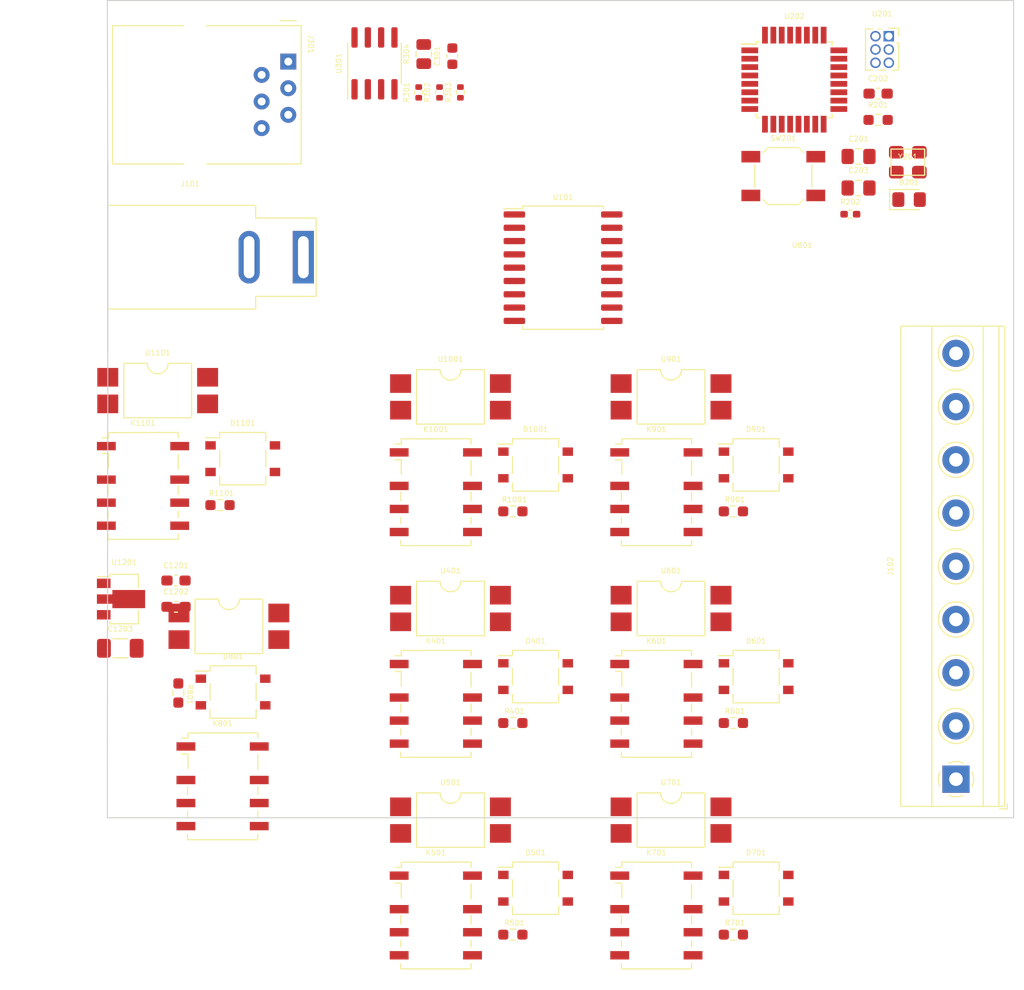
<source format=kicad_pcb>
(kicad_pcb (version 20221018) (generator pcbnew)
  (layers (0 "F.Cu" signal) (31 "B.Cu" signal) (34 "B.Paste" user) (35 "F.Paste" user) (36 "B.SilkS" user "B.Silkscreen") (37 "F.SilkS" user "F.Silkscreen") (38 "B.Mask" user) (39 "F.Mask" user) (44 "Edge.Cuts" user))
  (net 0 "")
  (net 1 "+5V")
  (net 2 "GND")
  (net 3 "/atmega/X1")
  (net 4 "/atmega/X2")
  (net 5 "+12V")
  (net 6 "/com")
  (net 7 "/atmega/LED")
  (net 8 "/track1")
  (net 9 "/track2")
  (net 10 "/track3")
  (net 11 "/track4")
  (net 12 "/track5")
  (net 13 "/track6")
  (net 14 "/track7")
  (net 15 "/track8")
  (net 16 "/Xnet/B")
  (net 17 "/Xnet/A")
  (net 18 "/Coil1")
  (net 19 "/Coil2")
  (net 20 "/Coil3")
  (net 21 "/Coil4")
  (net 22 "/Coil5")
  (net 23 "/Coil6")
  (net 24 "/Coil7")
  (net 25 "/Coil8")
  (net 26 "/Xnet/Tx")
  (net 27 "/Xnet/RS485_DIR")
  (net 28 "/Xnet/Rx")
  (net 29 "/atmega/reset")
  (net 30 "/relay1")
  (net 31 "/relay2")
  (net 32 "/relay3")
  (net 33 "/relay4")
  (net 34 "/relay5")
  (net 35 "/relay6")
  (net 36 "/relay7")
  (net 37 "/relay8")
  (net 38 "/Sensor1")
  (net 39 "/Sensor2")
  (net 40 "/Sensor3")
  (net 41 "/Sensor4")
  (net 42 "/Sensor5")
  (net 43 "/Sensor6")
  (net 44 "/Sensor7")
  (net 45 "/Sensor8")
  (net 46 "/atmega/A6")
  (net 47 "/atmega/A7")
  (net 48 "Net-(D201-A)")
  (net 49 "Net-(D401-Pad2)")
  (net 50 "Net-(D401-+)")
  (net 51 "Net-(D501-Pad2)")
  (net 52 "Net-(D501-+)")
  (net 53 "Net-(D601-Pad2)")
  (net 54 "Net-(D601-+)")
  (net 55 "Net-(D701-Pad2)")
  (net 56 "Net-(D701-+)")
  (net 57 "Net-(D801-Pad2)")
  (net 58 "Net-(D801-+)")
  (net 59 "Net-(D901-Pad2)")
  (net 60 "Net-(D901-+)")
  (net 61 "Net-(D1001-Pad2)")
  (net 62 "Net-(D1001-+)")
  (net 63 "Net-(D1101-Pad2)")
  (net 64 "Net-(D1101-+)")
  (net 99 "Net-(R401-Pad1)")
  (net 100 "Net-(R501-Pad1)")
  (net 101 "Net-(R601-Pad1)")
  (net 102 "Net-(R701-Pad1)")
  (net 103 "Net-(R801-Pad1)")
  (net 104 "Net-(R901-Pad1)")
  (net 105 "Net-(R1001-Pad1)")
  (net 106 "Net-(R1101-Pad1)")
  (footprint "Connector_BarrelJack:BarrelJack_SwitchcraftConxall_RAPC10U_Horizontal" (layer "F.Cu") (at 101.21 61)
    (fp_text reference "J101" (at -10.8 -7 unlocked) (layer "F.SilkS") (effects (font (size 0.5 0.5) (thickness 0.075))))
    (fp_text value "Barrel_Jack")
    (fp_line (start -18.67 -9) (end -18.67 9) (stroke (width 0.12)) (layer "Edge.Cuts"))
    (pad "1" thru_hole rect (at 0 0) (size 2.02 5.02) (drill oval 1.02 4.02) (layers "*.Cu" "*.Mask") (net 5 "+12V"))
    (pad "2" thru_hole oval (at -5.18 0) (size 2.02 5.02) (drill oval 1.02 4.02) (layers "*.Cu" "*.Mask") (net 2 "GND"))
  )
  (footprint "Package_DIP:SMDIP-4_W9.53mm" (layer "F.Cu") (at 136.305 94.53)
    (fp_text reference "U601" (at 0 -3.6 unlocked) (layer "F.SilkS") (effects (font (size 0.5 0.5) (thickness 0.075))))
    (fp_text value "EL814")
    (pad "1" smd rect (at -4.765 -1.27) (size 2 1.78) (layers "F.Cu" "F.Paste" "F.Mask") (net 53 "Net-(D601-Pad2)"))
    (pad "2" smd rect (at -4.765 1.27) (size 2 1.78) (layers "F.Cu" "F.Paste" "F.Mask") (net 101 "Net-(R601-Pad1)"))
    (pad "3" smd rect (at 4.765 1.27) (size 2 1.78) (layers "F.Cu" "F.Paste" "F.Mask") (net 2 "GND"))
    (pad "4" smd rect (at 4.765 -1.27) (size 2 1.78) (layers "F.Cu" "F.Paste" "F.Mask") (net 40 "/Sensor3"))
  )
  (footprint "Relay_SMD:Relay_DPDT_Omron_G6K-2F-Y" (layer "F.Cu") (at 134.905 103.63)
    (fp_text reference "K601" (at 0 -6 unlocked) (layer "F.SilkS") (effects (font (size 0.5 0.5) (thickness 0.075))))
    (fp_text value "G6K-2")
    (pad "1" smd rect (at -3.5 -3.8) (size 1.8 0.8) (layers "F.Cu" "F.Paste" "F.Mask") (net 5 "+12V"))
    (pad "2" smd rect (at -3.5 -0.6) (size 1.8 0.8) (layers "F.Cu" "F.Paste" "F.Mask"))
    (pad "3" smd rect (at -3.5 1.6) (size 1.8 0.8) (layers "F.Cu" "F.Paste" "F.Mask") (net 10 "/track3"))
    (pad "4" smd rect (at -3.5 3.8) (size 1.8 0.8) (layers "F.Cu" "F.Paste" "F.Mask") (net 53 "Net-(D601-Pad2)"))
    (pad "5" smd rect (at 3.5 3.8) (size 1.8 0.8) (layers "F.Cu" "F.Paste" "F.Mask"))
    (pad "6" smd rect (at 3.5 1.6) (size 1.8 0.8) (layers "F.Cu" "F.Paste" "F.Mask"))
    (pad "7" smd rect (at 3.5 -0.6) (size 1.8 0.8) (layers "F.Cu" "F.Paste" "F.Mask"))
    (pad "8" smd rect (at 3.5 -3.8) (size 1.8 0.8) (layers "F.Cu" "F.Paste" "F.Mask") (net 20 "/Coil3"))
  )
  (footprint "Package_DIP:SMDIP-4_W9.53mm" (layer "F.Cu") (at 136.305 114.73)
    (fp_text reference "U701" (at 0 -3.6 unlocked) (layer "F.SilkS") (effects (font (size 0.5 0.5) (thickness 0.075))))
    (fp_text value "EL814")
    (pad "1" smd rect (at -4.765 -1.27) (size 2 1.78) (layers "F.Cu" "F.Paste" "F.Mask") (net 55 "Net-(D701-Pad2)"))
    (pad "2" smd rect (at -4.765 1.27) (size 2 1.78) (layers "F.Cu" "F.Paste" "F.Mask") (net 102 "Net-(R701-Pad1)"))
    (pad "3" smd rect (at 4.765 1.27) (size 2 1.78) (layers "F.Cu" "F.Paste" "F.Mask") (net 2 "GND"))
    (pad "4" smd rect (at 4.765 -1.27) (size 2 1.78) (layers "F.Cu" "F.Paste" "F.Mask") (net 41 "/Sensor4"))
  )
  (footprint "Capacitor_SMD:C_0805_2012Metric_Pad1.18x1.45mm_HandSolder" (layer "F.Cu") (at 154.2 51.385)
    (fp_text reference "C201" (at 0 -1.68 unlocked) (layer "F.SilkS") (effects (font (size 0.5 0.5) (thickness 0.075))))
    (fp_text value "12pF")
    (pad "1" smd roundrect (at -1.0375 0) (size 1.175 1.45) (layers "F.Cu" "F.Paste" "F.Mask") (roundrect_rratio 0.212766) (net 2 "GND"))
    (pad "2" smd roundrect (at 1.0375 0) (size 1.175 1.45) (layers "F.Cu" "F.Paste" "F.Mask") (roundrect_rratio 0.212766) (net 3 "/atmega/X1"))
  )
  (footprint "Relay_SMD:Relay_DPDT_Omron_G6K-2F-Y" (layer "F.Cu") (at 113.855 123.83)
    (fp_text reference "K501" (at 0 -6 unlocked) (layer "F.SilkS") (effects (font (size 0.5 0.5) (thickness 0.075))))
    (fp_text value "G6K-2")
    (pad "1" smd rect (at -3.5 -3.8) (size 1.8 0.8) (layers "F.Cu" "F.Paste" "F.Mask") (net 5 "+12V"))
    (pad "2" smd rect (at -3.5 -0.6) (size 1.8 0.8) (layers "F.Cu" "F.Paste" "F.Mask"))
    (pad "3" smd rect (at -3.5 1.6) (size 1.8 0.8) (layers "F.Cu" "F.Paste" "F.Mask") (net 9 "/track2"))
    (pad "4" smd rect (at -3.5 3.8) (size 1.8 0.8) (layers "F.Cu" "F.Paste" "F.Mask") (net 51 "Net-(D501-Pad2)"))
    (pad "5" smd rect (at 3.5 3.8) (size 1.8 0.8) (layers "F.Cu" "F.Paste" "F.Mask"))
    (pad "6" smd rect (at 3.5 1.6) (size 1.8 0.8) (layers "F.Cu" "F.Paste" "F.Mask"))
    (pad "7" smd rect (at 3.5 -0.6) (size 1.8 0.8) (layers "F.Cu" "F.Paste" "F.Mask"))
    (pad "8" smd rect (at 3.5 -3.8) (size 1.8 0.8) (layers "F.Cu" "F.Paste" "F.Mask") (net 19 "/Coil2"))
  )
  (footprint "Package_DIP:SMDIP-4_W9.53mm" (layer "F.Cu") (at 115.255 74.33)
    (fp_text reference "U1001" (at 0 -3.6 unlocked) (layer "F.SilkS") (effects (font (size 0.5 0.5) (thickness 0.075))))
    (fp_text value "EL814")
    (pad "1" smd rect (at -4.765 -1.27) (size 2 1.78) (layers "F.Cu" "F.Paste" "F.Mask") (net 61 "Net-(D1001-Pad2)"))
    (pad "2" smd rect (at -4.765 1.27) (size 2 1.78) (layers "F.Cu" "F.Paste" "F.Mask") (net 105 "Net-(R1001-Pad1)"))
    (pad "3" smd rect (at 4.765 1.27) (size 2 1.78) (layers "F.Cu" "F.Paste" "F.Mask") (net 2 "GND"))
    (pad "4" smd rect (at 4.765 -1.27) (size 2 1.78) (layers "F.Cu" "F.Paste" "F.Mask") (net 44 "/Sensor7"))
  )
  (footprint "Package_TO_SOT_SMD:TO-269AA" (layer "F.Cu") (at 144.425 121.23)
    (fp_text reference "D701" (at 0 -3.4 unlocked) (layer "F.SilkS") (effects (font (size 0.5 0.5) (thickness 0.075))))
    (fp_text value "MB6S")
    (pad "1" smd rect (at -3.075 -1.27) (size 1 0.8) (layers "F.Cu" "F.Paste" "F.Mask") (net 6 "/com"))
    (pad "2" smd rect (at -3.075 1.27) (size 1 0.8) (layers "F.Cu" "F.Paste" "F.Mask") (net 55 "Net-(D701-Pad2)"))
    (pad "3" smd rect (at 3.075 1.27) (size 1 0.8) (layers "F.Cu" "F.Paste" "F.Mask") (net 56 "Net-(D701-+)"))
    (pad "4" smd rect (at 3.075 -1.27) (size 1 0.8) (layers "F.Cu" "F.Paste" "F.Mask") (net 56 "Net-(D701-+)"))
  )
  (footprint "Capacitor_SMD:C_0603_1608Metric" (layer "F.Cu") (at 115.43 41.81 90)
    (fp_text reference "C301" (at 0 -1.43 90 unlocked) (layer "F.SilkS") (effects (font (size 0.5 0.5) (thickness 0.075))))
    (fp_text value "100nF")
    (pad "1" smd roundrect (at -0.775 0 90) (size 0.9 0.95) (layers "F.Cu" "F.Paste" "F.Mask") (net 1 "+5V"))
    (pad "2" smd roundrect (at 0.775 0 90) (size 0.9 0.95) (layers "F.Cu" "F.Paste" "F.Mask") (net 2 "GND"))
  )
  (footprint "Capacitor_SMD:C_0805_2012Metric_Pad1.18x1.45mm_HandSolder" (layer "F.Cu") (at 154.2 54.395)
    (fp_text reference "C203" (at 0 -1.68 unlocked) (layer "F.SilkS") (effects (font (size 0.5 0.5) (thickness 0.075))))
    (fp_text value "12pF")
    (pad "1" smd roundrect (at -1.0375 0) (size 1.175 1.45) (layers "F.Cu" "F.Paste" "F.Mask") (roundrect_rratio 0.212766) (net 2 "GND"))
    (pad "2" smd roundrect (at 1.0375 0) (size 1.175 1.45) (layers "F.Cu" "F.Paste" "F.Mask") (roundrect_rratio 0.212766) (net 4 "/atmega/X2"))
  )
  (footprint "custom_kicad_lib_sk:R_0603_smalltext" (layer "F.Cu") (at 121.205 85.26)
    (fp_text reference "R1001" (at 0.15 -1.125 unlocked) (layer "F.SilkS") (effects (font (size 0.5 0.5) (thickness 0.075))))
    (fp_text value "47R")
    (pad "1" smd roundrect (at -0.9125 0) (size 0.975 0.95) (layers "F.Cu" "F.Paste" "F.Mask") (net 105 "Net-(R1001-Pad1)"))
    (pad "2" smd roundrect (at 0.9125 0) (size 0.975 0.95) (layers "F.Cu" "F.Paste" "F.Mask") (net 6 "/com"))
  )
  (footprint "custom_kicad_lib_sk:R_0603_smalltext" (layer "F.Cu") (at 142.255 85.26)
    (fp_text reference "R901" (at 0.15 -1.125 unlocked) (layer "F.SilkS") (effects (font (size 0.5 0.5) (thickness 0.075))))
    (fp_text value "47R")
    (pad "1" smd roundrect (at -0.9125 0) (size 0.975 0.95) (layers "F.Cu" "F.Paste" "F.Mask") (net 104 "Net-(R901-Pad1)"))
    (pad "2" smd roundrect (at 0.9125 0) (size 0.975 0.95) (layers "F.Cu" "F.Paste" "F.Mask") (net 6 "/com"))
  )
  (footprint "Connector_RJ:RJ12_Amphenol_54601" (layer "F.Cu") (at 99.77 42.33 -90)
    (fp_text reference "J301" (at -1.67 -2.16 -90 unlocked) (layer "F.SilkS") (effects (font (size 0.5 0.5) (thickness 0.075))))
    (fp_text value "RJ12")
    (pad "" np_thru_hole circle (at -1.91 8.89 270) (size 3.25 3.25) (drill 3.25) (layers "*.Cu" "*.Mask"))
    (pad "" np_thru_hole circle (at 8.25 8.89 270) (size 3.25 3.25) (drill 3.25) (layers "*.Cu" "*.Mask"))
    (pad "1" thru_hole rect (at 0 0 270) (size 1.52 1.52) (drill 0.76) (layers "*.Cu" "*.Mask"))
    (pad "2" thru_hole circle (at 1.27 2.54 270) (size 1.52 1.52) (drill 0.76) (layers "*.Cu" "*.Mask") (net 2 "GND"))
    (pad "3" thru_hole circle (at 2.54 0 270) (size 1.52 1.52) (drill 0.76) (layers "*.Cu" "*.Mask") (net 16 "/Xnet/B"))
    (pad "4" thru_hole circle (at 3.81 2.54 270) (size 1.52 1.52) (drill 0.76) (layers "*.Cu" "*.Mask") (net 17 "/Xnet/A"))
    (pad "5" thru_hole circle (at 5.08 0 270) (size 1.52 1.52) (drill 0.76) (layers "*.Cu" "*.Mask") (net 5 "+12V"))
    (pad "6" thru_hole circle (at 6.35 2.54 270) (size 1.52 1.52) (drill 0.76) (layers "*.Cu" "*.Mask"))
  )
  (footprint "Capacitor_SMD:C_0603_1608Metric_Pad1.08x0.95mm_HandSolder" (layer "F.Cu") (at 156.07 45.385)
    (fp_text reference "C202" (at 0 -1.43 unlocked) (layer "F.SilkS") (effects (font (size 0.5 0.5) (thickness 0.075))))
    (fp_text value "100nF")
    (pad "1" smd roundrect (at -0.8625 0) (size 1.075 0.95) (layers "F.Cu" "F.Paste" "F.Mask") (net 2 "GND"))
    (pad "2" smd roundrect (at 0.8625 0) (size 1.075 0.95) (layers "F.Cu" "F.Paste" "F.Mask") (net 1 "+5V"))
  )
  (footprint "Package_DIP:SMDIP-4_W9.53mm" (layer "F.Cu") (at 115.255 94.53)
    (fp_text reference "U401" (at 0 -3.6 unlocked) (layer "F.SilkS") (effects (font (size 0.5 0.5) (thickness 0.075))))
    (fp_text value "EL814")
    (pad "1" smd rect (at -4.765 -1.27) (size 2 1.78) (layers "F.Cu" "F.Paste" "F.Mask") (net 49 "Net-(D401-Pad2)"))
    (pad "2" smd rect (at -4.765 1.27) (size 2 1.78) (layers "F.Cu" "F.Paste" "F.Mask") (net 99 "Net-(R401-Pad1)"))
    (pad "3" smd rect (at 4.765 1.27) (size 2 1.78) (layers "F.Cu" "F.Paste" "F.Mask") (net 2 "GND"))
    (pad "4" smd rect (at 4.765 -1.27) (size 2 1.78) (layers "F.Cu" "F.Paste" "F.Mask") (net 38 "/Sensor1"))
  )
  (footprint "Connector_PinSocket_1.27mm:PinSocket_2x03_P1.27mm_Vertical" (layer "F.Cu") (at 157.09 39.905)
    (fp_text reference "U201" (at -0.635 -2.135 unlocked) (layer "F.SilkS") (effects (font (size 0.5 0.5) (thickness 0.075))))
    (fp_text value "HEADER_3x2")
    (pad "1" thru_hole rect (at 0 0) (size 1 1) (drill 0.7) (layers "*.Cu" "*.Mask") (net 2 "GND"))
    (pad "2" thru_hole oval (at -1.27 0) (size 1 1) (drill 0.7) (layers "*.Cu" "*.Mask") (net 29 "/atmega/reset"))
    (pad "3" thru_hole oval (at 0 1.27) (size 1 1) (drill 0.7) (layers "*.Cu" "*.Mask") (net 38 "/Sensor1"))
    (pad "4" thru_hole oval (at -1.27 1.27) (size 1 1) (drill 0.7) (layers "*.Cu" "*.Mask") (net 7 "/atmega/LED"))
    (pad "5" thru_hole oval (at 0 2.54) (size 1 1) (drill 0.7) (layers "*.Cu" "*.Mask") (net 1 "+5V"))
    (pad "6" thru_hole oval (at -1.27 2.54) (size 1 1) (drill 0.7) (layers "*.Cu" "*.Mask") (net 39 "/Sensor2"))
  )
  (footprint "custom_kicad_lib_sk:R_0603_smalltext" (layer "F.Cu") (at 121.205 105.46)
    (fp_text reference "R401" (at 0.15 -1.125 unlocked) (layer "F.SilkS") (effects (font (size 0.5 0.5) (thickness 0.075))))
    (fp_text value "47R")
    (pad "1" smd roundrect (at -0.9125 0) (size 0.975 0.95) (layers "F.Cu" "F.Paste" "F.Mask") (net 99 "Net-(R401-Pad1)"))
    (pad "2" smd roundrect (at 0.9125 0) (size 0.975 0.95) (layers "F.Cu" "F.Paste" "F.Mask") (net 6 "/com"))
  )
  (footprint "custom_kicad_lib_sk:R_0603_smalltext" (layer "F.Cu") (at 93.255 84.66)
    (fp_text reference "R1101" (at 0.15 -1.125 unlocked) (layer "F.SilkS") (effects (font (size 0.5 0.5) (thickness 0.075))))
    (fp_text value "47R")
    (pad "1" smd roundrect (at -0.9125 0) (size 0.975 0.95) (layers "F.Cu" "F.Paste" "F.Mask") (net 106 "Net-(R1101-Pad1)"))
    (pad "2" smd roundrect (at 0.9125 0) (size 0.975 0.95) (layers "F.Cu" "F.Paste" "F.Mask") (net 6 "/com"))
  )
  (footprint "Resistor_SMD:R_0603_1608Metric_Pad0.98x0.95mm_HandSolder" (layer "F.Cu") (at 156.07 47.895)
    (fp_text reference "R201" (at 0 -1.43 unlocked) (layer "F.SilkS") (effects (font (size 0.5 0.5) (thickness 0.075))))
    (fp_text value "6k2")
    (pad "1" smd roundrect (at -0.9125 0) (size 0.975 0.95) (layers "F.Cu" "F.Paste" "F.Mask") (net 1 "+5V"))
    (pad "2" smd roundrect (at 0.9125 0) (size 0.975 0.95) (layers "F.Cu" "F.Paste" "F.Mask") (net 48 "Net-(D201-A)"))
  )
  (footprint "custom_kicad_lib_sk:R_0603_smalltext" (layer "F.Cu") (at 121.205 125.66)
    (fp_text reference "R501" (at 0.15 -1.125 unlocked) (layer "F.SilkS") (effects (font (size 0.5 0.5) (thickness 0.075))))
    (fp_text value "47R")
    (pad "1" smd roundrect (at -0.9125 0) (size 0.975 0.95) (layers "F.Cu" "F.Paste" "F.Mask") (net 100 "Net-(R501-Pad1)"))
    (pad "2" smd roundrect (at 0.9125 0) (size 0.975 0.95) (layers "F.Cu" "F.Paste" "F.Mask") (net 6 "/com"))
  )
  (footprint "Package_DIP:SMDIP-4_W9.53mm" (layer "F.Cu") (at 115.255 114.73)
    (fp_text reference "U501" (at 0 -3.6 unlocked) (layer "F.SilkS") (effects (font (size 0.5 0.5) (thickness 0.075))))
    (fp_text value "EL814")
    (pad "1" smd rect (at -4.765 -1.27) (size 2 1.78) (layers "F.Cu" "F.Paste" "F.Mask") (net 51 "Net-(D501-Pad2)"))
    (pad "2" smd rect (at -4.765 1.27) (size 2 1.78) (layers "F.Cu" "F.Paste" "F.Mask") (net 100 "Net-(R501-Pad1)"))
    (pad "3" smd rect (at 4.765 1.27) (size 2 1.78) (layers "F.Cu" "F.Paste" "F.Mask") (net 2 "GND"))
    (pad "4" smd rect (at 4.765 -1.27) (size 2 1.78) (layers "F.Cu" "F.Paste" "F.Mask") (net 39 "/Sensor2"))
  )
  (footprint "Resistor_SMD:R_0402_1005Metric" (layer "F.Cu") (at 116.2 45.27 90)
    (fp_text reference "R303" (at 0 -1.17 90 unlocked) (layer "F.SilkS") (effects (font (size 0.5 0.5) (thickness 0.075))))
    (fp_text value "10k")
    (pad "1" smd roundrect (at -0.51 0 90) (size 0.54 0.64) (layers "F.Cu" "F.Paste" "F.Mask") (net 1 "+5V"))
    (pad "2" smd roundrect (at 0.51 0 90) (size 0.54 0.64) (layers "F.Cu" "F.Paste" "F.Mask") (net 28 "/Xnet/Rx"))
  )
  (footprint "Package_SO:SOIC-8_3.9x4.9mm_P1.27mm" (layer "F.Cu") (at 108 42.5 90)
    (fp_text reference "U301" (at 0 -3.4 90 unlocked) (layer "F.SilkS") (effects (font (size 0.5 0.5) (thickness 0.075))))
    (fp_text value "MAX485E")
    (pad "1" smd roundrect (at -2.475 -1.905 90) (size 1.95 0.6) (layers "F.Cu" "F.Paste" "F.Mask") (net 28 "/Xnet/Rx"))
    (pad "2" smd roundrect (at -2.475 -0.635 90) (size 1.95 0.6) (layers "F.Cu" "F.Paste" "F.Mask") (net 27 "/Xnet/RS485_DIR"))
    (pad "3" smd roundrect (at -2.475 0.635 90) (size 1.95 0.6) (layers "F.Cu" "F.Paste" "F.Mask") (net 27 "/Xnet/RS485_DIR"))
    (pad "4" smd roundrect (at -2.475 1.905 90) (size 1.95 0.6) (layers "F.Cu" "F.Paste" "F.Mask") (net 26 "/Xnet/Tx"))
    (pad "5" smd roundrect (at 2.475 1.905 90) (size 1.95 0.6) (layers "F.Cu" "F.Paste" "F.Mask") (net 2 "GND"))
    (pad "6" smd roundrect (at 2.475 0.635 90) (size 1.95 0.6) (layers "F.Cu" "F.Paste" "F.Mask") (net 17 "/Xnet/A"))
    (pad "7" smd roundrect (at 2.475 -0.635 90) (size 1.95 0.6) (layers "F.Cu" "F.Paste" "F.Mask") (net 16 "/Xnet/B"))
    (pad "8" smd roundrect (at 2.475 -1.905 90) (size 1.95 0.6) (layers "F.Cu" "F.Paste" "F.Mask") (net 1 "+5V"))
  )
  (footprint "Package_TO_SOT_SMD:TO-269AA" (layer "F.Cu") (at 123.375 80.83)
    (fp_text reference "D1001" (at 0 -3.4 unlocked) (layer "F.SilkS") (effects (font (size 0.5 0.5) (thickness 0.075))))
    (fp_text value "MB6S")
    (pad "1" smd rect (at -3.075 -1.27) (size 1 0.8) (layers "F.Cu" "F.Paste" "F.Mask") (net 6 "/com"))
    (pad "2" smd rect (at -3.075 1.27) (size 1 0.8) (layers "F.Cu" "F.Paste" "F.Mask") (net 61 "Net-(D1001-Pad2)"))
    (pad "3" smd rect (at 3.075 1.27) (size 1 0.8) (layers "F.Cu" "F.Paste" "F.Mask") (net 62 "Net-(D1001-+)"))
    (pad "4" smd rect (at 3.075 -1.27) (size 1 0.8) (layers "F.Cu" "F.Paste" "F.Mask") (net 62 "Net-(D1001-+)"))
  )
  (footprint "Relay_SMD:Relay_DPDT_Omron_G6K-2F-Y" (layer "F.Cu") (at 134.905 83.43)
    (fp_text reference "K901" (at 0 -6 unlocked) (layer "F.SilkS") (effects (font (size 0.5 0.5) (thickness 0.075))))
    (fp_text value "G6K-2")
    (pad "1" smd rect (at -3.5 -3.8) (size 1.8 0.8) (layers "F.Cu" "F.Paste" "F.Mask") (net 5 "+12V"))
    (pad "2" smd rect (at -3.5 -0.6) (size 1.8 0.8) (layers "F.Cu" "F.Paste" "F.Mask"))
    (pad "3" smd rect (at -3.5 1.6) (size 1.8 0.8) (layers "F.Cu" "F.Paste" "F.Mask") (net 13 "/track6"))
    (pad "4" smd rect (at -3.5 3.8) (size 1.8 0.8) (layers "F.Cu" "F.Paste" "F.Mask") (net 59 "Net-(D901-Pad2)"))
    (pad "5" smd rect (at 3.5 3.8) (size 1.8 0.8) (layers "F.Cu" "F.Paste" "F.Mask"))
    (pad "6" smd rect (at 3.5 1.6) (size 1.8 0.8) (layers "F.Cu" "F.Paste" "F.Mask"))
    (pad "7" smd rect (at 3.5 -0.6) (size 1.8 0.8) (layers "F.Cu" "F.Paste" "F.Mask"))
    (pad "8" smd rect (at 3.5 -3.8) (size 1.8 0.8) (layers "F.Cu" "F.Paste" "F.Mask") (net 23 "/Coil6"))
  )
  (footprint "Capacitor_SMD:C_0603_1608Metric_Pad1.08x0.95mm_HandSolder" (layer "F.Cu") (at 89.055 91.86)
    (fp_text reference "C1201" (at 0 -1.43 unlocked) (layer "F.SilkS") (effects (font (size 0.5 0.5) (thickness 0.075))))
    (fp_text value "330nF")
    (pad "1" smd roundrect (at -0.8625 0) (size 1.075 0.95) (layers "F.Cu" "F.Paste" "F.Mask") (net 5 "+12V"))
    (pad "2" smd roundrect (at 0.8625 0) (size 1.075 0.95) (layers "F.Cu" "F.Paste" "F.Mask") (net 2 "GND"))
  )
  (footprint "TerminalBlock_Phoenix:TerminalBlock_Phoenix_MKDS-1,5-9-5.08_1x09_P5.08mm_Horizontal" (layer "F.Cu") (at 163.5 110.82 90)
    (fp_text reference "J102" (at 20.32 -6.26 90 unlocked) (layer "F.SilkS") (effects (font (size 0.5 0.5) (thickness 0.075))))
    (fp_text value "Screw_Terminal_01x09")
    (pad "1" thru_hole rect (at 0 0 90) (size 2.6 2.6) (drill 1.3) (layers "*.Cu" "*.Mask") (net 6 "/com"))
    (pad "2" thru_hole circle (at 5.08 0 90) (size 2.6 2.6) (drill 1.3) (layers "*.Cu" "*.Mask") (net 8 "/track1"))
    (pad "3" thru_hole circle (at 10.16 0 90) (size 2.6 2.6) (drill 1.3) (layers "*.Cu" "*.Mask") (net 9 "/track2"))
    (pad "4" thru_hole circle (at 15.24 0 90) (size 2.6 2.6) (drill 1.3) (layers "*.Cu" "*.Mask") (net 10 "/track3"))
    (pad "5" thru_hole circle (at 20.32 0 90) (size 2.6 2.6) (drill 1.3) (layers "*.Cu" "*.Mask") (net 11 "/track4"))
    (pad "6" thru_hole circle (at 25.4 0 90) (size 2.6 2.6) (drill 1.3) (layers "*.Cu" "*.Mask") (net 12 "/track5"))
    (pad "7" thru_hole circle (at 30.48 0 90) (size 2.6 2.6) (drill 1.3) (layers "*.Cu" "*.Mask") (net 13 "/track6"))
    (pad "8" thru_hole circle (at 35.56 0 90) (size 2.6 2.6) (drill 1.3) (layers "*.Cu" "*.Mask") (net 14 "/track7"))
    (pad "9" thru_hole circle (at 40.64 0 90) (size 2.6 2.6) (drill 1.3) (layers "*.Cu" "*.Mask") (net 15 "/track8"))
  )
  (footprint "Relay_SMD:Relay_DPDT_Omron_G6K-2F-Y" (layer "F.Cu") (at 85.905 82.83)
    (fp_text reference "K1101" (at 0 -6 unlocked) (layer "F.SilkS") (effects (font (size 0.5 0.5) (thickness 0.075))))
    (fp_text value "G6K-2")
    (pad "1" smd rect (at -3.5 -3.8) (size 1.8 0.8) (layers "F.Cu" "F.Paste" "F.Mask") (net 5 "+12V"))
    (pad "2" smd rect (at -3.5 -0.6) (size 1.8 0.8) (layers "F.Cu" "F.Paste" "F.Mask"))
    (pad "3" smd rect (at -3.5 1.6) (size 1.8 0.8) (layers "F.Cu" "F.Paste" "F.Mask") (net 15 "/track8"))
    (pad "4" smd rect (at -3.5 3.8) (size 1.8 0.8) (layers "F.Cu" "F.Paste" "F.Mask") (net 63 "Net-(D1101-Pad2)"))
    (pad "5" smd rect (at 3.5 3.8) (size 1.8 0.8) (layers "F.Cu" "F.Paste" "F.Mask"))
    (pad "6" smd rect (at 3.5 1.6) (size 1.8 0.8) (layers "F.Cu" "F.Paste" "F.Mask"))
    (pad "7" smd rect (at 3.5 -0.6) (size 1.8 0.8) (layers "F.Cu" "F.Paste" "F.Mask"))
    (pad "8" smd rect (at 3.5 -3.8) (size 1.8 0.8) (layers "F.Cu" "F.Paste" "F.Mask") (net 25 "/Coil8"))
  )
  (footprint "Package_TO_SOT_SMD:SOT-89-3" (layer "F.Cu") (at 84.105 93.63)
    (fp_text reference "U1201" (at 0 -3.5 unlocked) (layer "F.SilkS") (effects (font (size 0.5 0.5) (thickness 0.075))))
    (fp_text value "L78L05_SOT89")
    (pad "1" smd rect (at -1.95 -1.5) (size 1.3 0.9) (layers "F.Cu" "F.Paste" "F.Mask") (net 1 "+5V"))
    (pad "2" smd custom (at -1.8625 0) (size 1.475 0.9) (layers "F.Cu" "F.Paste" "F.Mask") (net 2 "GND") (options (clearance outline) (anchor rect)) (primitives (gr_poly (pts (xy 3.8625 0.8665) (xy 0.7375 0.8665) (xy 0.7375 -0.8665) (xy 3.8625 -0.8665)) (width 0) (fill yes))))
    (pad "3" smd rect (at -1.95 1.5) (size 1.3 0.9) (layers "F.Cu" "F.Paste" "F.Mask") (net 5 "+12V"))
  )
  (footprint "Relay_SMD:Relay_DPDT_Omron_G6K-2F-Y" (layer "F.Cu") (at 93.5 111.5)
    (fp_text reference "K801" (at 0 -6 unlocked) (layer "F.SilkS") (effects (font (size 0.5 0.5) (thickness 0.075))))
    (fp_text value "G6K-2")
    (pad "1" smd rect (at -3.5 -3.8) (size 1.8 0.8) (layers "F.Cu" "F.Paste" "F.Mask") (net 5 "+12V"))
    (pad "2" smd rect (at -3.5 -0.6) (size 1.8 0.8) (layers "F.Cu" "F.Paste" "F.Mask"))
    (pad "3" smd rect (at -3.5 1.6) (size 1.8 0.8) (layers "F.Cu" "F.Paste" "F.Mask") (net 12 "/track5"))
    (pad "4" smd rect (at -3.5 3.8) (size 1.8 0.8) (layers "F.Cu" "F.Paste" "F.Mask") (net 57 "Net-(D801-Pad2)"))
    (pad "5" smd rect (at 3.5 3.8) (size 1.8 0.8) (layers "F.Cu" "F.Paste" "F.Mask"))
    (pad "6" smd rect (at 3.5 1.6) (size 1.8 0.8) (layers "F.Cu" "F.Paste" "F.Mask"))
    (pad "7" smd rect (at 3.5 -0.6) (size 1.8 0.8) (layers "F.Cu" "F.Paste" "F.Mask"))
    (pad "8" smd rect (at 3.5 -3.8) (size 1.8 0.8) (layers "F.Cu" "F.Paste" "F.Mask") (net 22 "/Coil5"))
  )
  (footprint "Resistor_SMD:R_0402_1005Metric_Pad0.72x0.64mm_HandSolder" (layer "F.Cu") (at 153.42 56.895)
    (fp_text reference "R202" (at 0 -1.17 unlocked) (layer "F.SilkS") (effects (font (size 0.5 0.5) (thickness 0.075))))
    (fp_text value "10k")
    (pad "1" smd roundrect (at -0.5975 0) (size 0.715 0.64) (layers "F.Cu" "F.Paste" "F.Mask") (net 1 "+5V"))
    (pad "2" smd roundrect (at 0.5975 0) (size 0.715 0.64) (layers "F.Cu" "F.Paste" "F.Mask") (net 29 "/atmega/reset"))
  )
  (footprint "Capacitor_SMD:C_0603_1608Metric_Pad1.08x0.95mm_HandSolder" (layer "F.Cu") (at 89.055 94.37)
    (fp_text reference "C1202" (at 0 -1.43 unlocked) (layer "F.SilkS") (effects (font (size 0.5 0.5) (thickness 0.075))))
    (fp_text value "100nF")
    (pad "1" smd roundrect (at -0.8625 0) (size 1.075 0.95) (layers "F.Cu" "F.Paste" "F.Mask") (net 1 "+5V"))
    (pad "2" smd roundrect (at 0.8625 0) (size 1.075 0.95) (layers "F.Cu" "F.Paste" "F.Mask") (net 2 "GND"))
  )
  (footprint "Package_TO_SOT_SMD:TO-269AA" (layer "F.Cu") (at 144.425 101.03)
    (fp_text reference "D601" (at 0 -3.4 unlocked) (layer "F.SilkS") (effects (font (size 0.5 0.5) (thickness 0.075))))
    (fp_text value "MB6S")
    (pad "1" smd rect (at -3.075 -1.27) (size 1 0.8) (layers "F.Cu" "F.Paste" "F.Mask") (net 6 "/com"))
    (pad "2" smd rect (at -3.075 1.27) (size 1 0.8) (layers "F.Cu" "F.Paste" "F.Mask") (net 53 "Net-(D601-Pad2)"))
    (pad "3" smd rect (at 3.075 1.27) (size 1 0.8) (layers "F.Cu" "F.Paste" "F.Mask") (net 54 "Net-(D601-+)"))
    (pad "4" smd rect (at 3.075 -1.27) (size 1 0.8) (layers "F.Cu" "F.Paste" "F.Mask") (net 54 "Net-(D601-+)"))
  )
  (footprint "custom_kicad_lib_sk:R_0603_smalltext" (layer "F.Cu") (at 142.255 105.46)
    (fp_text reference "R601" (at 0.15 -1.125 unlocked) (layer "F.SilkS") (effects (font (size 0.5 0.5) (thickness 0.075))))
    (fp_text value "47R")
    (pad "1" smd roundrect (at -0.9125 0) (size 0.975 0.95) (layers "F.Cu" "F.Paste" "F.Mask") (net 101 "Net-(R601-Pad1)"))
    (pad "2" smd roundrect (at 0.9125 0) (size 0.975 0.95) (layers "F.Cu" "F.Paste" "F.Mask") (net 6 "/com"))
  )
  (footprint "Package_DIP:SMDIP-4_W9.53mm" (layer "F.Cu") (at 94.105 96.23)
    (fp_text reference "U801" (at 54.715 -36.375 unlocked) (layer "F.SilkS") (effects (font (size 0.5 0.5) (thickness 0.075))))
    (fp_text value "EL814")
    (pad "1" smd rect (at -4.765 -1.27) (size 2 1.78) (layers "F.Cu" "F.Paste" "F.Mask") (net 57 "Net-(D801-Pad2)"))
    (pad "2" smd rect (at -4.765 1.27) (size 2 1.78) (layers "F.Cu" "F.Paste" "F.Mask") (net 103 "Net-(R801-Pad1)"))
    (pad "3" smd rect (at 4.765 1.27) (size 2 1.78) (layers "F.Cu" "F.Paste" "F.Mask") (net 2 "GND"))
    (pad "4" smd rect (at 4.765 -1.27) (size 2 1.78) (layers "F.Cu" "F.Paste" "F.Mask") (net 42 "/Sensor5"))
  )
  (footprint "Package_TO_SOT_SMD:TO-269AA" (layer "F.Cu") (at 94.5 102.5)
    (fp_text reference "D801" (at 0 -3.4 unlocked) (layer "F.SilkS") (effects (font (size 0.5 0.5) (thickness 0.075))))
    (fp_text value "MB6S")
    (pad "1" smd rect (at -3.075 -1.27) (size 1 0.8) (layers "F.Cu" "F.Paste" "F.Mask") (net 6 "/com"))
    (pad "2" smd rect (at -3.075 1.27) (size 1 0.8) (layers "F.Cu" "F.Paste" "F.Mask") (net 57 "Net-(D801-Pad2)"))
    (pad "3" smd rect (at 3.075 1.27) (size 1 0.8) (layers "F.Cu" "F.Paste" "F.Mask") (net 58 "Net-(D801-+)"))
    (pad "4" smd rect (at 3.075 -1.27) (size 1 0.8) (layers "F.Cu" "F.Paste" "F.Mask") (net 58 "Net-(D801-+)"))
  )
  (footprint "Package_TO_SOT_SMD:TO-269AA" (layer "F.Cu") (at 123.375 121.23)
    (fp_text reference "D501" (at 0 -3.4 unlocked) (layer "F.SilkS") (effects (font (size 0.5 0.5) (thickness 0.075))))
    (fp_text value "MB6S")
    (pad "1" smd rect (at -3.075 -1.27) (size 1 0.8) (layers "F.Cu" "F.Paste" "F.Mask") (net 6 "/com"))
    (pad "2" smd rect (at -3.075 1.27) (size 1 0.8) (layers "F.Cu" "F.Paste" "F.Mask") (net 51 "Net-(D501-Pad2)"))
    (pad "3" smd rect (at 3.075 1.27) (size 1 0.8) (layers "F.Cu" "F.Paste" "F.Mask") (net 52 "Net-(D501-+)"))
    (pad "4" smd rect (at 3.075 -1.27) (size 1 0.8) (layers "F.Cu" "F.Paste" "F.Mask") (net 52 "Net-(D501-+)"))
  )
  (footprint "Relay_SMD:Relay_DPDT_Omron_G6K-2F-Y" (layer "F.Cu") (at 134.905 123.83)
    (fp_text reference "K701" (at 0 -6 unlocked) (layer "F.SilkS") (effects (font (size 0.5 0.5) (thickness 0.075))))
    (fp_text value "G6K-2")
    (pad "1" smd rect (at -3.5 -3.8) (size 1.8 0.8) (layers "F.Cu" "F.Paste" "F.Mask") (net 5 "+12V"))
    (pad "2" smd rect (at -3.5 -0.6) (size 1.8 0.8) (layers "F.Cu" "F.Paste" "F.Mask"))
    (pad "3" smd rect (at -3.5 1.6) (size 1.8 0.8) (layers "F.Cu" "F.Paste" "F.Mask") (net 11 "/track4"))
    (pad "4" smd rect (at -3.5 3.8) (size 1.8 0.8) (layers "F.Cu" "F.Paste" "F.Mask") (net 55 "Net-(D701-Pad2)"))
    (pad "5" smd rect (at 3.5 3.8) (size 1.8 0.8) (layers "F.Cu" "F.Paste" "F.Mask"))
    (pad "6" smd rect (at 3.5 1.6) (size 1.8 0.8) (layers "F.Cu" "F.Paste" "F.Mask"))
    (pad "7" smd rect (at 3.5 -0.6) (size 1.8 0.8) (layers "F.Cu" "F.Paste" "F.Mask"))
    (pad "8" smd rect (at 3.5 -3.8) (size 1.8 0.8) (layers "F.Cu" "F.Paste" "F.Mask") (net 21 "/Coil4"))
  )
  (footprint "Resistor_SMD:R_0805_2012Metric" (layer "F.Cu") (at 112.7 41.61 90)
    (fp_text reference "R304" (at 0 -1.65 90 unlocked) (layer "F.SilkS") (effects (font (size 0.5 0.5) (thickness 0.075))))
    (fp_text value "120R")
    (pad "1" smd roundrect (at -0.9125 0 90) (size 1.025 1.4) (layers "F.Cu" "F.Paste" "F.Mask") (roundrect_rratio 0.243902) (net 17 "/Xnet/A"))
    (pad "2" smd roundrect (at 0.9125 0 90) (size 1.025 1.4) (layers "F.Cu" "F.Paste" "F.Mask") (roundrect_rratio 0.243902) (net 16 "/Xnet/B"))
  )
  (footprint "Package_DIP:SMDIP-4_W9.53mm" (layer "F.Cu") (at 87.305 73.73)
    (fp_text reference "U1101" (at 0 -3.6 unlocked) (layer "F.SilkS") (effects (font (size 0.5 0.5) (thickness 0.075))))
    (fp_text value "EL814")
    (pad "1" smd rect (at -4.765 -1.27) (size 2 1.78) (layers "F.Cu" "F.Paste" "F.Mask") (net 63 "Net-(D1101-Pad2)"))
    (pad "2" smd rect (at -4.765 1.27) (size 2 1.78) (layers "F.Cu" "F.Paste" "F.Mask") (net 106 "Net-(R1101-Pad1)"))
    (pad "3" smd rect (at 4.765 1.27) (size 2 1.78) (layers "F.Cu" "F.Paste" "F.Mask") (net 2 "GND"))
    (pad "4" smd rect (at 4.765 -1.27) (size 2 1.78) (layers "F.Cu" "F.Paste" "F.Mask") (net 45 "/Sensor8"))
  )
  (footprint "Package_QFP:TQFP-32_7x7mm_P0.8mm" (layer "F.Cu") (at 148.07 44.055)
    (fp_text reference "U202" (at 0 -6.05 unlocked) (layer "F.SilkS") (effects (font (size 0.5 0.5) (thickness 0.075))))
    (fp_text value "ATmega328-A")
    (pad "1" smd rect (at -4.25 -2.8) (size 1.6 0.55) (layers "F.Cu" "F.Paste" "F.Mask") (net 30 "/relay1"))
    (pad "2" smd rect (at -4.25 -2) (size 1.6 0.55) (layers "F.Cu" "F.Paste" "F.Mask") (net 31 "/relay2"))
    (pad "3" smd rect (at -4.25 -1.2) (size 1.6 0.55) (layers "F.Cu" "F.Paste" "F.Mask") (net 2 "GND"))
    (pad "4" smd rect (at -4.25 -0.4) (size 1.6 0.55) (layers "F.Cu" "F.Paste" "F.Mask") (net 1 "+5V"))
    (pad "5" smd rect (at -4.25 0.4) (size 1.6 0.55) (layers "F.Cu" "F.Paste" "F.Mask") (net 2 "GND"))
    (pad "6" smd rect (at -4.25 1.2) (size 1.6 0.55) (layers "F.Cu" "F.Paste" "F.Mask") (net 1 "+5V"))
    (pad "7" smd rect (at -4.25 2) (size 1.6 0.55) (layers "F.Cu" "F.Paste" "F.Mask") (net 3 "/atmega/X1"))
    (pad "8" smd rect (at -4.25 2.8) (size 1.6 0.55) (layers "F.Cu" "F.Paste" "F.Mask") (net 4 "/atmega/X2"))
    (pad "9" smd rect (at -2.8 4.25 90) (size 1.6 0.55) (layers "F.Cu" "F.Paste" "F.Mask") (net 32 "/relay3"))
    (pad "10" smd rect (at -2 4.25 90) (size 1.6 0.55) (layers "F.Cu" "F.Paste" "F.Mask") (net 33 "/relay4"))
    (pad "11" smd rect (at -1.2 4.25 90) (size 1.6 0.55) (layers "F.Cu" "F.Paste" "F.Mask") (net 34 "/relay5"))
    (pad "12" smd rect (at -0.4 4.25 90) (size 1.6 0.55) (layers "F.Cu" "F.Paste" "F.Mask") (net 35 "/relay6"))
    (pad "13" smd rect (at 0.4 4.25 90) (size 1.6 0.55) (layers "F.Cu" "F.Paste" "F.Mask") (net 36 "/relay7"))
    (pad "14" smd rect (at 1.2 4.25 90) (size 1.6 0.55) (layers "F.Cu" "F.Paste" "F.Mask") (net 37 "/relay8"))
    (pad "15" smd rect (at 2 4.25 90) (size 1.6 0.55) (layers "F.Cu" "F.Paste" "F.Mask") (net 38 "/Sensor1"))
    (pad "16" smd rect (at 2.8 4.25 90) (size 1.6 0.55) (layers "F.Cu" "F.Paste" "F.Mask") (net 39 "/Sensor2"))
    (pad "17" smd rect (at 4.25 2.8) (size 1.6 0.55) (layers "F.Cu" "F.Paste" "F.Mask") (net 7 "/atmega/LED"))
    (pad "18" smd rect (at 4.25 2) (size 1.6 0.55) (layers "F.Cu" "F.Paste" "F.Mask") (net 1 "+5V"))
    (pad "19" smd rect (at 4.25 1.2) (size 1.6 0.55) (layers "F.Cu" "F.Paste" "F.Mask") (net 46 "/atmega/A6"))
    (pad "20" smd rect (at 4.25 0.4) (size 1.6 0.55) (layers "F.Cu" "F.Paste" "F.Mask"))
    (pad "21" smd rect (at 4.25 -0.4) (size 1.6 0.55) (layers "F.Cu" "F.Paste" "F.Mask") (net 2 "GND"))
    (pad "22" smd rect (at 4.25 -1.2) (size 1.6 0.55) (layers "F.Cu" "F.Paste" "F.Mask") (net 47 "/atmega/A7"))
    (pad "23" smd rect (at 4.25 -2) (size 1.6 0.55) (layers "F.Cu" "F.Paste" "F.Mask") (net 40 "/Sensor3"))
    (pad "24" smd rect (at 4.25 -2.8) (size 1.6 0.55) (layers "F.Cu" "F.Paste" "F.Mask") (net 41 "/Sensor4"))
    (pad "25" smd rect (at 2.8 -4.25 90) (size 1.6 0.55) (layers "F.Cu" "F.Paste" "F.Mask") (net 42 "/Sensor5"))
    (pad "26" smd rect (at 2 -4.25 90) (size 1.6 0.55) (layers "F.Cu" "F.Paste" "F.Mask") (net 43 "/Sensor6"))
    (pad "27" smd rect (at 1.2 -4.25 90) (size 1.6 0.55) (layers "F.Cu" "F.Paste" "F.Mask") (net 44 "/Sensor7"))
    (pad "28" smd rect (at 0.4 -4.25 90) (size 1.6 0.55) (layers "F.Cu" "F.Paste" "F.Mask") (net 45 "/Sensor8"))
    (pad "29" smd rect (at -0.4 -4.25 90) (size 1.6 0.55) (layers "F.Cu" "F.Paste" "F.Mask") (net 29 "/atmega/reset"))
    (pad "30" smd rect (at -1.2 -4.25 90) (size 1.6 0.55) (layers "F.Cu" "F.Paste" "F.Mask") (net 28 "/Xnet/Rx"))
    (pad "31" smd rect (at -2 -4.25 90) (size 1.6 0.55) (layers "F.Cu" "F.Paste" "F.Mask") (net 26 "/Xnet/Tx"))
    (pad "32" smd rect (at -2.8 -4.25 90) (size 1.6 0.55) (layers "F.Cu" "F.Paste" "F.Mask") (net 27 "/Xnet/RS485_DIR"))
  )
  (footprint "custom_kicad_lib_sk:crystal_arduino" (layer "F.Cu") (at 158.955 51.71)
    (fp_text reference "Y201" (at -0.05 -0.3 unlocked) (layer "F.SilkS") (effects (font (size 0.5 0.5) (thickness 0.075))))
    (fp_text value "Crystal_GND2")
    (pad "1" smd roundrect (at -1.15 1.17) (size 1.4 1.2) (layers "F.Cu" "F.Paste" "F.Mask") (net 3 "/atmega/X1"))
    (pad "2" smd roundrect (at 1.05 1.17) (size 1.4 1.2) (layers "F.Cu" "F.Paste" "F.Mask") (net 2 "GND"))
    (pad "3" smd roundrect (at 1.05 -0.73) (size 1.4 1.2) (layers "F.Cu" "F.Paste" "F.Mask") (net 4 "/atmega/X2"))
    (pad "4" smd roundrect (at -1.15 -0.73) (size 1.4 1.2) (layers "F.Cu" "F.Paste" "F.Mask") (net 2 "GND"))
  )
  (footprint "Resistor_SMD:R_0402_1005Metric" (layer "F.Cu") (at 112.22 45.27 90)
    (fp_text reference "R301" (at 0 -1.17 90 unlocked) (layer "F.SilkS") (effects (font (size 0.5 0.5) (thickness 0.075))))
    (fp_text value "10k")
    (pad "1" smd roundrect (at -0.51 0 90) (size 0.54 0.64) (layers "F.Cu" "F.Paste" "F.Mask") (net 1 "+5V"))
    (pad "2" smd roundrect (at 0.51 0 90) (size 0.54 0.64) (layers "F.Cu" "F.Paste" "F.Mask") (net 26 "/Xnet/Tx"))
  )
  (footprint "Package_DIP:SMDIP-4_W9.53mm" (layer "F.Cu") (at 136.305 74.33)
    (fp_text reference "U901" (at 0 -3.6 unlocked) (layer "F.SilkS") (effects (font (size 0.5 0.5) (thickness 0.075))))
    (fp_text value "EL814")
    (pad "1" smd rect (at -4.765 -1.27) (size 2 1.78) (layers "F.Cu" "F.Paste" "F.Mask") (net 59 "Net-(D901-Pad2)"))
    (pad "2" smd rect (at -4.765 1.27) (size 2 1.78) (layers "F.Cu" "F.Paste" "F.Mask") (net 104 "Net-(R901-Pad1)"))
    (pad "3" smd rect (at 4.765 1.27) (size 2 1.78) (layers "F.Cu" "F.Paste" "F.Mask") (net 2 "GND"))
    (pad "4" smd rect (at 4.765 -1.27) (size 2 1.78) (layers "F.Cu" "F.Paste" "F.Mask") (net 43 "/Sensor6"))
  )
  (footprint "Package_TO_SOT_SMD:TO-269AA" (layer "F.Cu") (at 123.375 101.03)
    (fp_text reference "D401" (at 0 -3.4 unlocked) (layer "F.SilkS") (effects (font (size 0.5 0.5) (thickness 0.075))))
    (fp_text value "MB6S")
    (pad "1" smd rect (at -3.075 -1.27) (size 1 0.8) (layers "F.Cu" "F.Paste" "F.Mask") (net 6 "/com"))
    (pad "2" smd rect (at -3.075 1.27) (size 1 0.8) (layers "F.Cu" "F.Paste" "F.Mask") (net 49 "Net-(D401-Pad2)"))
    (pad "3" smd rect (at 3.075 1.27) (size 1 0.8) (layers "F.Cu" "F.Paste" "F.Mask") (net 50 "Net-(D401-+)"))
    (pad "4" smd rect (at 3.075 -1.27) (size 1 0.8) (layers "F.Cu" "F.Paste" "F.Mask") (net 50 "Net-(D401-+)"))
  )
  (footprint "custom_kicad_lib_sk:R_0603_smalltext" (layer "F.Cu") (at 89.275 102.5975 -90)
    (fp_text reference "R801" (at 0.15 -1.125 -90 unlocked) (layer "F.SilkS") (effects (font (size 0.5 0.5) (thickness 0.075))))
    (fp_text value "47R")
    (pad "1" smd roundrect (at -0.9125 0 270) (size 0.975 0.95) (layers "F.Cu" "F.Paste" "F.Mask") (net 103 "Net-(R801-Pad1)"))
    (pad "2" smd roundrect (at 0.9125 0 270) (size 0.975 0.95) (layers "F.Cu" "F.Paste" "F.Mask") (net 6 "/com"))
  )
  (footprint "custom_kicad_lib_sk:R_0603_smalltext" (layer "F.Cu") (at 142.255 125.66)
    (fp_text reference "R701" (at 0.15 -1.125 unlocked) (layer "F.SilkS") (effects (font (size 0.5 0.5) (thickness 0.075))))
    (fp_text value "47R")
    (pad "1" smd roundrect (at -0.9125 0) (size 0.975 0.95) (layers "F.Cu" "F.Paste" "F.Mask") (net 102 "Net-(R701-Pad1)"))
    (pad "2" smd roundrect (at 0.9125 0) (size 0.975 0.95) (layers "F.Cu" "F.Paste" "F.Mask") (net 6 "/com"))
  )
  (footprint "LED_SMD:LED_0805_2012Metric_Pad1.15x1.40mm_HandSolder" (layer "F.Cu") (at 159.025 55.5)
    (fp_text reference "D201" (at 0 -1.65 unlocked) (layer "F.SilkS") (effects (font (size 0.5 0.5) (thickness 0.075))))
    (fp_text value "LED")
    (pad "1" smd roundrect (at -1.025 0) (size 1.15 1.4) (layers "F.Cu" "F.Paste" "F.Mask") (roundrect_rratio 0.217391) (net 7 "/atmega/LED"))
    (pad "2" smd roundrect (at 1.025 0) (size 1.15 1.4) (layers "F.Cu" "F.Paste" "F.Mask") (roundrect_rratio 0.217391) (net 48 "Net-(D201-A)"))
  )
  (footprint "Relay_SMD:Relay_DPDT_Omron_G6K-2F-Y" (layer "F.Cu") (at 113.855 103.63)
    (fp_text reference "K401" (at 0 -6 unlocked) (layer "F.SilkS") (effects (font (size 0.5 0.5) (thickness 0.075))))
    (fp_text value "G6K-2")
    (pad "1" smd rect (at -3.5 -3.8) (size 1.8 0.8) (layers "F.Cu" "F.Paste" "F.Mask") (net 5 "+12V"))
    (pad "2" smd rect (at -3.5 -0.6) (size 1.8 0.8) (layers "F.Cu" "F.Paste" "F.Mask"))
    (pad "3" smd rect (at -3.5 1.6) (size 1.8 0.8) (layers "F.Cu" "F.Paste" "F.Mask") (net 8 "/track1"))
    (pad "4" smd rect (at -3.5 3.8) (size 1.8 0.8) (layers "F.Cu" "F.Paste" "F.Mask") (net 49 "Net-(D401-Pad2)"))
    (pad "5" smd rect (at 3.5 3.8) (size 1.8 0.8) (layers "F.Cu" "F.Paste" "F.Mask"))
    (pad "6" smd rect (at 3.5 1.6) (size 1.8 0.8) (layers "F.Cu" "F.Paste" "F.Mask"))
    (pad "7" smd rect (at 3.5 -0.6) (size 1.8 0.8) (layers "F.Cu" "F.Paste" "F.Mask"))
    (pad "8" smd rect (at 3.5 -3.8) (size 1.8 0.8) (layers "F.Cu" "F.Paste" "F.Mask") (net 18 "/Coil1"))
  )
  (footprint "Button_Switch_SMD:SW_SPST_SKQG_WithStem" (layer "F.Cu") (at 147.02 53.255)
    (fp_text reference "SW201" (at 0 -3.6 unlocked) (layer "F.SilkS") (effects (font (size 0.5 0.5) (thickness 0.075))))
    (fp_text value "SW_SPST")
    (pad "1" smd rect (at -3.1 -1.85) (size 1.8 1.1) (layers "F.Cu" "F.Paste" "F.Mask") (net 2 "GND"))
    (pad "1" smd rect (at 3.1 -1.85) (size 1.8 1.1) (layers "F.Cu" "F.Paste" "F.Mask") (net 2 "GND"))
    (pad "2" smd rect (at -3.1 1.85) (size 1.8 1.1) (layers "F.Cu" "F.Paste" "F.Mask") (net 7 "/atmega/LED"))
    (pad "2" smd rect (at 3.1 1.85) (size 1.8 1.1) (layers "F.Cu" "F.Paste" "F.Mask") (net 7 "/atmega/LED"))
  )
  (footprint "Capacitor_SMD:C_1206_3216Metric_Pad1.33x1.80mm_HandSolder" (layer "F.Cu") (at 83.735 98.33)
    (fp_text reference "C1203" (at 0 -1.85 unlocked) (layer "F.SilkS") (effects (font (size 0.5 0.5) (thickness 0.075))))
    (fp_text value "100uF")
    (pad "1" smd roundrect (at -1.5625 0) (size 1.325 1.8) (layers "F.Cu" "F.Paste" "F.Mask") (roundrect_rratio 0.188679) (net 1 "+5V"))
    (pad "2" smd roundrect (at 1.5625 0) (size 1.325 1.8) (layers "F.Cu" "F.Paste" "F.Mask") (roundrect_rratio 0.188679) (net 2 "GND"))
  )
  (footprint "Package_TO_SOT_SMD:TO-269AA" (layer "F.Cu") (at 95.425 80.23)
    (fp_text reference "D1101" (at 0 -3.4 unlocked) (layer "F.SilkS") (effects (font (size 0.5 0.5) (thickness 0.075))))
    (fp_text value "MB6S")
    (pad "1" smd rect (at -3.075 -1.27) (size 1 0.8) (layers "F.Cu" "F.Paste" "F.Mask") (net 6 "/com"))
    (pad "2" smd rect (at -3.075 1.27) (size 1 0.8) (layers "F.Cu" "F.Paste" "F.Mask") (net 63 "Net-(D1101-Pad2)"))
    (pad "3" smd rect (at 3.075 1.27) (size 1 0.8) (layers "F.Cu" "F.Paste" "F.Mask") (net 64 "Net-(D1101-+)"))
    (pad "4" smd rect (at 3.075 -1.27) (size 1 0.8) (layers "F.Cu" "F.Paste" "F.Mask") (net 64 "Net-(D1101-+)"))
  )
  (footprint "Resistor_SMD:R_0402_1005Metric" (layer "F.Cu") (at 114.21 45.27 90)
    (fp_text reference "R302" (at 0 -1.17 90 unlocked) (layer "F.SilkS") (effects (font (size 0.5 0.5) (thickness 0.075))))
    (fp_text value "10k")
    (pad "1" smd roundrect (at -0.51 0 90) (size 0.54 0.64) (layers "F.Cu" "F.Paste" "F.Mask") (net 1 "+5V"))
    (pad "2" smd roundrect (at 0.51 0 90) (size 0.54 0.64) (layers "F.Cu" "F.Paste" "F.Mask") (net 27 "/Xnet/RS485_DIR"))
  )
  (footprint "Package_TO_SOT_SMD:TO-269AA" (layer "F.Cu") (at 144.425 80.83)
    (fp_text reference "D901" (at 0 -3.4 unlocked) (layer "F.SilkS") (effects (font (size 0.5 0.5) (thickness 0.075))))
    (fp_text value "MB6S")
    (pad "1" smd rect (at -3.075 -1.27) (size 1 0.8) (layers "F.Cu" "F.Paste" "F.Mask") (net 6 "/com"))
    (pad "2" smd rect (at -3.075 1.27) (size 1 0.8) (layers "F.Cu" "F.Paste" "F.Mask") (net 59 "Net-(D901-Pad2)"))
    (pad "3" smd rect (at 3.075 1.27) (size 1 0.8) (layers "F.Cu" "F.Paste" "F.Mask") (net 60 "Net-(D901-+)"))
    (pad "4" smd rect (at 3.075 -1.27) (size 1 0.8) (layers "F.Cu" "F.Paste" "F.Mask") (net 60 "Net-(D901-+)"))
  )
  (footprint "Relay_SMD:Relay_DPDT_Omron_G6K-2F-Y" (layer "F.Cu") (at 113.855 83.43)
    (fp_text reference "K1001" (at 0 -6 unlocked) (layer "F.SilkS") (effects (font (size 0.5 0.5) (thickness 0.075))))
    (fp_text value "G6K-2")
    (pad "1" smd rect (at -3.5 -3.8) (size 1.8 0.8) (layers "F.Cu" "F.Paste" "F.Mask") (net 5 "+12V"))
    (pad "2" smd rect (at -3.5 -0.6) (size 1.8 0.8) (layers "F.Cu" "F.Paste" "F.Mask"))
    (pad "3" smd rect (at -3.5 1.6) (size 1.8 0.8) (layers "F.Cu" "F.Paste" "F.Mask") (net 14 "/track7"))
    (pad "4" smd rect (at -3.5 3.8) (size 1.8 0.8) (layers "F.Cu" "F.Paste" "F.Mask") (net 61 "Net-(D1001-Pad2)"))
    (pad "5" smd rect (at 3.5 3.8) (size 1.8 0.8) (layers "F.Cu" "F.Paste" "F.Mask"))
    (pad "6" smd rect (at 3.5 1.6) (size 1.8 0.8) (layers "F.Cu" "F.Paste" "F.Mask"))
    (pad "7" smd rect (at 3.5 -0.6) (size 1.8 0.8) (layers "F.Cu" "F.Paste" "F.Mask"))
    (pad "8" smd rect (at 3.5 -3.8) (size 1.8 0.8) (layers "F.Cu" "F.Paste" "F.Mask") (net 24 "/Coil7"))
  )
  (footprint "Package_SO:SOIC-18W_7.5x11.6mm_P1.27mm" (layer "F.Cu") (at 126 62)
    (fp_text reference "U101" (at 0 -6.72 unlocked) (layer "F.SilkS") (effects (font (size 0.5 0.5) (thickness 0.075))))
    (fp_text value "ULN2803A")
    (pad "1" smd roundrect (at -4.65 -5.08) (size 2.05 0.6) (layers "F.Cu" "F.Paste" "F.Mask") (net 30 "/relay1"))
    (pad "2" smd roundrect (at -4.65 -3.81) (size 2.05 0.6) (layers "F.Cu" "F.Paste" "F.Mask") (net 31 "/relay2"))
    (pad "3" smd roundrect (at -4.65 -2.54) (size 2.05 0.6) (layers "F.Cu" "F.Paste" "F.Mask") (net 32 "/relay3"))
    (pad "4" smd roundrect (at -4.65 -1.27) (size 2.05 0.6) (layers "F.Cu" "F.Paste" "F.Mask") (net 33 "/relay4"))
    (pad "5" smd roundrect (at -4.65 0) (size 2.05 0.6) (layers "F.Cu" "F.Paste" "F.Mask") (net 34 "/relay5"))
    (pad "6" smd roundrect (at -4.65 1.27) (size 2.05 0.6) (layers "F.Cu" "F.Paste" "F.Mask") (net 35 "/relay6"))
    (pad "7" smd roundrect (at -4.65 2.54) (size 2.05 0.6) (layers "F.Cu" "F.Paste" "F.Mask") (net 36 "/relay7"))
    (pad "8" smd roundrect (at -4.65 3.81) (size 2.05 0.6) (layers "F.Cu" "F.Paste" "F.Mask") (net 37 "/relay8"))
    (pad "9" smd roundrect (at -4.65 5.08) (size 2.05 0.6) (layers "F.Cu" "F.Paste" "F.Mask") (net 2 "GND"))
    (pad "10" smd roundrect (at 4.65 5.08) (size 2.05 0.6) (layers "F.Cu" "F.Paste" "F.Mask") (net 5 "+12V"))
    (pad "11" smd roundrect (at 4.65 3.81) (size 2.05 0.6) (layers "F.Cu" "F.Paste" "F.Mask") (net 25 "/Coil8"))
    (pad "12" smd roundrect (at 4.65 2.54) (size 2.05 0.6) (layers "F.Cu" "F.Paste" "F.Mask") (net 24 "/Coil7"))
    (pad "13" smd roundrect (at 4.65 1.27) (size 2.05 0.6) (layers "F.Cu" "F.Paste" "F.Mask") (net 23 "/Coil6"))
    (pad "14" smd roundrect (at 4.65 0) (size 2.05 0.6) (layers "F.Cu" "F.Paste" "F.Mask") (net 22 "/Coil5"))
    (pad "15" smd roundrect (at 4.65 -1.27) (size 2.05 0.6) (layers "F.Cu" "F.Paste" "F.Mask") (net 21 "/Coil4"))
    (pad "16" smd roundrect (at 4.65 -2.54) (size 2.05 0.6) (layers "F.Cu" "F.Paste" "F.Mask") (net 20 "/Coil3"))
    (pad "17" smd roundrect (at 4.65 -3.81) (size 2.05 0.6) (layers "F.Cu" "F.Paste" "F.Mask") (net 19 "/Coil2"))
    (pad "18" smd roundrect (at 4.65 -5.08) (size 2.05 0.6) (layers "F.Cu" "F.Paste" "F.Mask") (net 18 "/Coil1"))
  )
  (gr_line (start 82.5 114.5) (end 82.54 70) (stroke (width 0.1)) (layer "Edge.Cuts"))
  (gr_line (start 169 114.5) (end 82.5 114.5) (stroke (width 0.1)) (layer "Edge.Cuts"))
  (gr_line (start 82.54 52) (end 82.5 36.5) (stroke (width 0.1)) (layer "Edge.Cuts"))
  (gr_line (start 169 36.5) (end 169 114.5) (stroke (width 0.1)) (layer "Edge.Cuts"))
  (gr_line (start 82.5 36.5) (end 169 36.5) (stroke (width 0.1)) (layer "Edge.Cuts"))
)
</source>
